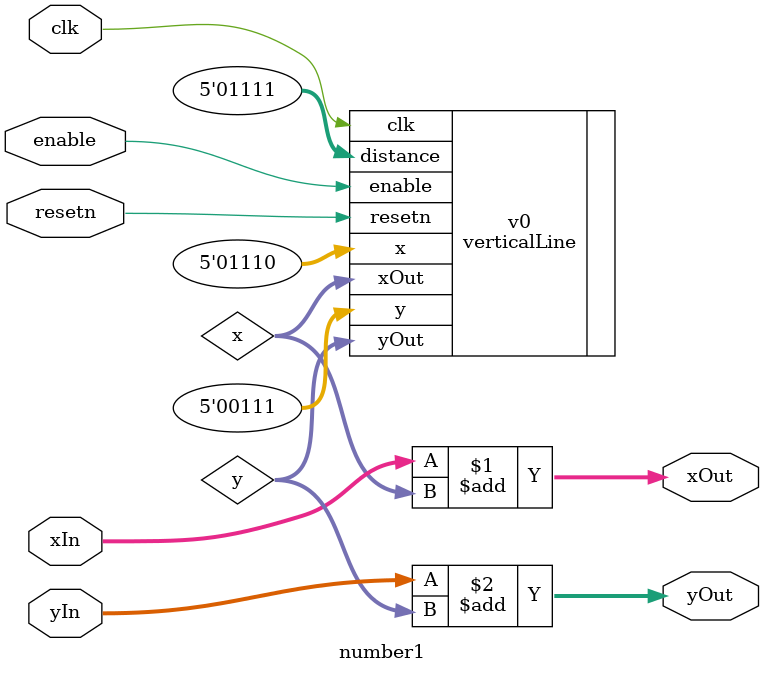
<source format=v>
module number1(xIn, yIn, clk, enable, resetn, xOut, yOut);
	input [7: 0] xIn;
	input [6: 0] yIn;
	input clk, enable, resetn;
	output [7: 0] xOut;
	output [6: 0] yOut;
	
	wire [4:0]x, y;
	
	verticalLine v0(
		.x(5'd14),
		.y(5'd7),
		.distance(5'd15),
		.clk(clk),
		.enable(enable),
		.resetn(resetn),
		.xOut(x),
		.yOut(y)
	);
	
	assign xOut = xIn + x;
	assign yOut = yIn + y;
endmodule
</source>
